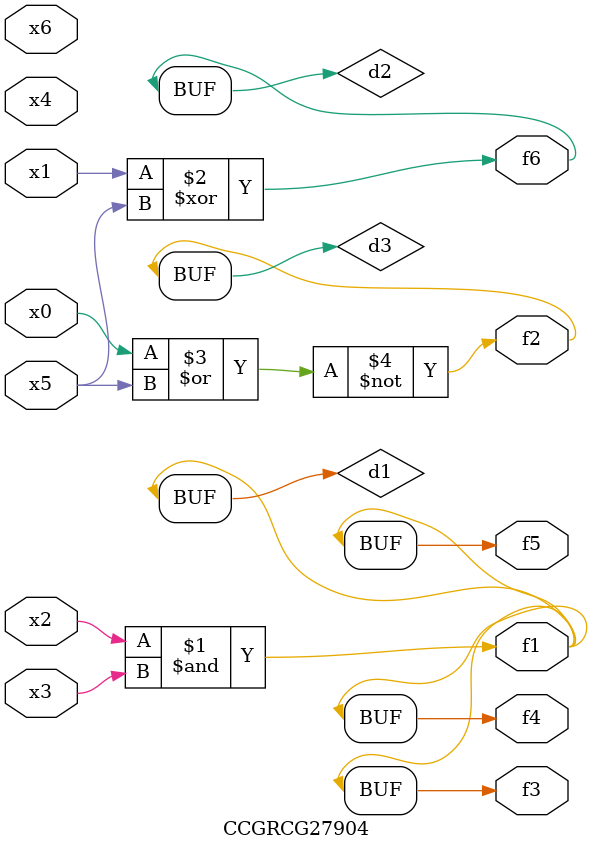
<source format=v>
module CCGRCG27904(
	input x0, x1, x2, x3, x4, x5, x6,
	output f1, f2, f3, f4, f5, f6
);

	wire d1, d2, d3;

	and (d1, x2, x3);
	xor (d2, x1, x5);
	nor (d3, x0, x5);
	assign f1 = d1;
	assign f2 = d3;
	assign f3 = d1;
	assign f4 = d1;
	assign f5 = d1;
	assign f6 = d2;
endmodule

</source>
